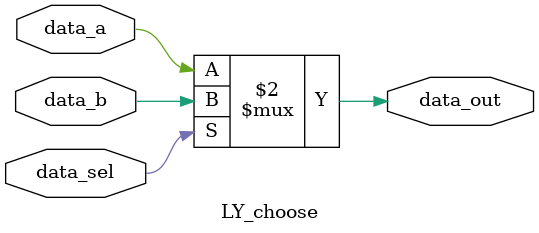
<source format=v>
module LY_choose(
                 data_a,     //A通道数据输入           
                 data_b,     //B通道数据输入           
                 data_sel,   //输出数据选通信号      
                 data_out    //数据输出          
               );            
      input   data_a;   //A通道数据输入   
		input   data_b;   //B通道数据输入                       
 		input   data_sel; //输出数据选通信号 		  
		output  data_out;//系统输出          		  
	   assign  data_out=( data_sel == 0)?data_a : data_b; 
endmodule



</source>
